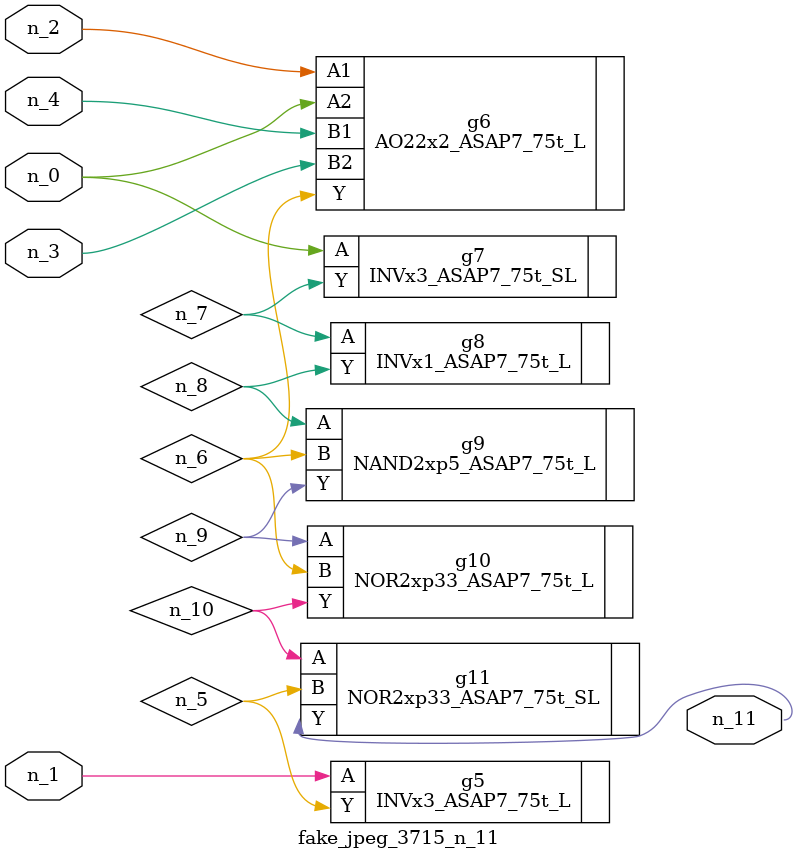
<source format=v>
module fake_jpeg_3715_n_11 (n_3, n_2, n_1, n_0, n_4, n_11);

input n_3;
input n_2;
input n_1;
input n_0;
input n_4;

output n_11;

wire n_10;
wire n_8;
wire n_9;
wire n_6;
wire n_5;
wire n_7;

INVx3_ASAP7_75t_L g5 ( 
.A(n_1),
.Y(n_5)
);

AO22x2_ASAP7_75t_L g6 ( 
.A1(n_2),
.A2(n_0),
.B1(n_4),
.B2(n_3),
.Y(n_6)
);

INVx3_ASAP7_75t_SL g7 ( 
.A(n_0),
.Y(n_7)
);

INVx1_ASAP7_75t_L g8 ( 
.A(n_7),
.Y(n_8)
);

NAND2xp5_ASAP7_75t_L g9 ( 
.A(n_8),
.B(n_6),
.Y(n_9)
);

NOR2xp33_ASAP7_75t_L g10 ( 
.A(n_9),
.B(n_6),
.Y(n_10)
);

NOR2xp33_ASAP7_75t_SL g11 ( 
.A(n_10),
.B(n_5),
.Y(n_11)
);


endmodule
</source>
